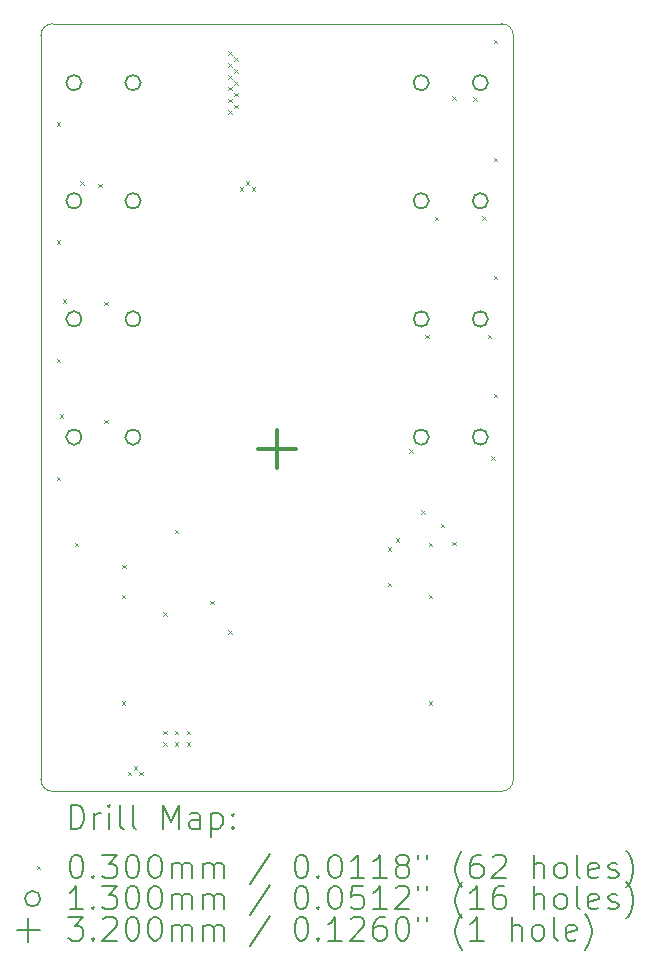
<source format=gbr>
%TF.GenerationSoftware,KiCad,Pcbnew,6.0.10+dfsg-1~bpo11+1*%
%TF.ProjectId,project,70726f6a-6563-4742-9e6b-696361645f70,rev?*%
%TF.SameCoordinates,Original*%
%TF.FileFunction,Drillmap*%
%TF.FilePolarity,Positive*%
%FSLAX45Y45*%
G04 Gerber Fmt 4.5, Leading zero omitted, Abs format (unit mm)*
%MOMM*%
%LPD*%
G01*
G04 APERTURE LIST*
%ADD10C,0.100000*%
%ADD11C,0.200000*%
%ADD12C,0.030000*%
%ADD13C,0.130000*%
%ADD14C,0.320000*%
G04 APERTURE END LIST*
D10*
X16726250Y-6803750D02*
G75*
G03*
X16626250Y-6703750I-100000J0D01*
G01*
X16726250Y-13103750D02*
X16726250Y-6803750D01*
X16626250Y-6703750D02*
X12826250Y-6703750D01*
X16626250Y-13203750D02*
X12826250Y-13203750D01*
X12726250Y-6803750D02*
X12726250Y-13103750D01*
X16626250Y-13203750D02*
G75*
G03*
X16726250Y-13103750I0J100000D01*
G01*
X12726250Y-13103750D02*
G75*
G03*
X12826250Y-13203750I100000J0D01*
G01*
X12826250Y-6703750D02*
G75*
G03*
X12726250Y-6803750I0J-100000D01*
G01*
D11*
D12*
X12861250Y-7538750D02*
X12891250Y-7568750D01*
X12891250Y-7538750D02*
X12861250Y-7568750D01*
X12861250Y-8538750D02*
X12891250Y-8568750D01*
X12891250Y-8538750D02*
X12861250Y-8568750D01*
X12861250Y-9538750D02*
X12891250Y-9568750D01*
X12891250Y-9538750D02*
X12861250Y-9568750D01*
X12861250Y-10538750D02*
X12891250Y-10568750D01*
X12891250Y-10538750D02*
X12861250Y-10568750D01*
X12885447Y-10011340D02*
X12915447Y-10041340D01*
X12915447Y-10011340D02*
X12885447Y-10041340D01*
X12911250Y-9038750D02*
X12941250Y-9068750D01*
X12941250Y-9038750D02*
X12911250Y-9068750D01*
X13011250Y-11097500D02*
X13041250Y-11127500D01*
X13041250Y-11097500D02*
X13011250Y-11127500D01*
X13061250Y-8038750D02*
X13091250Y-8068750D01*
X13091250Y-8038750D02*
X13061250Y-8068750D01*
X13211200Y-8058700D02*
X13241200Y-8088700D01*
X13241200Y-8058700D02*
X13211200Y-8088700D01*
X13261250Y-9058700D02*
X13291250Y-9088700D01*
X13291250Y-9058700D02*
X13261250Y-9088700D01*
X13261250Y-10058700D02*
X13291250Y-10088700D01*
X13291250Y-10058700D02*
X13261250Y-10088700D01*
X13411250Y-11538750D02*
X13441250Y-11568750D01*
X13441250Y-11538750D02*
X13411250Y-11568750D01*
X13411250Y-12438750D02*
X13441250Y-12468750D01*
X13441250Y-12438750D02*
X13411250Y-12468750D01*
X13414248Y-11285752D02*
X13444248Y-11315752D01*
X13444248Y-11285752D02*
X13414248Y-11315752D01*
X13461250Y-13038750D02*
X13491250Y-13068750D01*
X13491250Y-13038750D02*
X13461250Y-13068750D01*
X13511250Y-12988750D02*
X13541250Y-13018750D01*
X13541250Y-12988750D02*
X13511250Y-13018750D01*
X13561250Y-13038750D02*
X13591250Y-13068750D01*
X13591250Y-13038750D02*
X13561250Y-13068750D01*
X13761250Y-11688750D02*
X13791250Y-11718750D01*
X13791250Y-11688750D02*
X13761250Y-11718750D01*
X13761250Y-12688750D02*
X13791250Y-12718750D01*
X13791250Y-12688750D02*
X13761250Y-12718750D01*
X13761250Y-12788750D02*
X13791250Y-12818750D01*
X13791250Y-12788750D02*
X13761250Y-12818750D01*
X13861250Y-10988750D02*
X13891250Y-11018750D01*
X13891250Y-10988750D02*
X13861250Y-11018750D01*
X13861250Y-12688750D02*
X13891250Y-12718750D01*
X13891250Y-12688750D02*
X13861250Y-12718750D01*
X13861250Y-12788750D02*
X13891250Y-12818750D01*
X13891250Y-12788750D02*
X13861250Y-12818750D01*
X13961250Y-12688750D02*
X13991250Y-12718750D01*
X13991250Y-12688750D02*
X13961250Y-12718750D01*
X13961250Y-12788750D02*
X13991250Y-12818750D01*
X13991250Y-12788750D02*
X13961250Y-12818750D01*
X14161250Y-11588750D02*
X14191250Y-11618750D01*
X14191250Y-11588750D02*
X14161250Y-11618750D01*
X14311250Y-6938750D02*
X14341250Y-6968750D01*
X14341250Y-6938750D02*
X14311250Y-6968750D01*
X14311250Y-7038750D02*
X14341250Y-7068750D01*
X14341250Y-7038750D02*
X14311250Y-7068750D01*
X14311250Y-7138750D02*
X14341250Y-7168750D01*
X14341250Y-7138750D02*
X14311250Y-7168750D01*
X14311250Y-7238750D02*
X14341250Y-7268750D01*
X14341250Y-7238750D02*
X14311250Y-7268750D01*
X14311250Y-7338750D02*
X14341250Y-7368750D01*
X14341250Y-7338750D02*
X14311250Y-7368750D01*
X14311250Y-7438750D02*
X14341250Y-7468750D01*
X14341250Y-7438750D02*
X14311250Y-7468750D01*
X14311250Y-11838750D02*
X14341250Y-11868750D01*
X14341250Y-11838750D02*
X14311250Y-11868750D01*
X14361250Y-6988750D02*
X14391250Y-7018750D01*
X14391250Y-6988750D02*
X14361250Y-7018750D01*
X14361250Y-7088750D02*
X14391250Y-7118750D01*
X14391250Y-7088750D02*
X14361250Y-7118750D01*
X14361250Y-7188750D02*
X14391250Y-7218750D01*
X14391250Y-7188750D02*
X14361250Y-7218750D01*
X14361250Y-7288750D02*
X14391250Y-7318750D01*
X14391250Y-7288750D02*
X14361250Y-7318750D01*
X14361250Y-7388750D02*
X14391250Y-7418750D01*
X14391250Y-7388750D02*
X14361250Y-7418750D01*
X14411250Y-8088750D02*
X14441250Y-8118750D01*
X14441250Y-8088750D02*
X14411250Y-8118750D01*
X14461250Y-8038750D02*
X14491250Y-8068750D01*
X14491250Y-8038750D02*
X14461250Y-8068750D01*
X14511250Y-8088750D02*
X14541250Y-8118750D01*
X14541250Y-8088750D02*
X14511250Y-8118750D01*
X15661250Y-11138750D02*
X15691250Y-11168750D01*
X15691250Y-11138750D02*
X15661250Y-11168750D01*
X15661250Y-11438750D02*
X15691250Y-11468750D01*
X15691250Y-11438750D02*
X15661250Y-11468750D01*
X15731300Y-11058800D02*
X15761300Y-11088800D01*
X15761300Y-11058800D02*
X15731300Y-11088800D01*
X15846599Y-10306414D02*
X15876599Y-10336414D01*
X15876599Y-10306414D02*
X15846599Y-10336414D01*
X15946758Y-10824258D02*
X15976758Y-10854258D01*
X15976758Y-10824258D02*
X15946758Y-10854258D01*
X15981300Y-9338750D02*
X16011300Y-9368750D01*
X16011300Y-9338750D02*
X15981300Y-9368750D01*
X16011250Y-11097500D02*
X16041250Y-11127500D01*
X16041250Y-11097500D02*
X16011250Y-11127500D01*
X16011250Y-11538750D02*
X16041250Y-11568750D01*
X16041250Y-11538750D02*
X16011250Y-11568750D01*
X16011250Y-12438750D02*
X16041250Y-12468750D01*
X16041250Y-12438750D02*
X16011250Y-12468750D01*
X16060833Y-8338291D02*
X16090833Y-8368291D01*
X16090833Y-8338291D02*
X16060833Y-8368291D01*
X16111250Y-10938750D02*
X16141250Y-10968750D01*
X16141250Y-10938750D02*
X16111250Y-10968750D01*
X16211250Y-7318800D02*
X16241250Y-7348800D01*
X16241250Y-7318800D02*
X16211250Y-7348800D01*
X16211250Y-11088750D02*
X16241250Y-11118750D01*
X16241250Y-11088750D02*
X16211250Y-11118750D01*
X16386200Y-7326522D02*
X16416200Y-7356522D01*
X16416200Y-7326522D02*
X16386200Y-7356522D01*
X16464248Y-8335752D02*
X16494248Y-8365752D01*
X16494248Y-8335752D02*
X16464248Y-8365752D01*
X16511250Y-9338750D02*
X16541250Y-9368750D01*
X16541250Y-9338750D02*
X16511250Y-9368750D01*
X16537053Y-10366160D02*
X16567053Y-10396160D01*
X16567053Y-10366160D02*
X16537053Y-10396160D01*
X16561250Y-6838750D02*
X16591250Y-6868750D01*
X16591250Y-6838750D02*
X16561250Y-6868750D01*
X16561250Y-7838750D02*
X16591250Y-7868750D01*
X16591250Y-7838750D02*
X16561250Y-7868750D01*
X16561250Y-8838750D02*
X16591250Y-8868750D01*
X16591250Y-8838750D02*
X16561250Y-8868750D01*
X16561250Y-9838750D02*
X16591250Y-9868750D01*
X16591250Y-9838750D02*
X16561250Y-9868750D01*
D13*
X13071250Y-7203750D02*
G75*
G03*
X13071250Y-7203750I-65000J0D01*
G01*
X13071250Y-8203750D02*
G75*
G03*
X13071250Y-8203750I-65000J0D01*
G01*
X13071250Y-9203750D02*
G75*
G03*
X13071250Y-9203750I-65000J0D01*
G01*
X13071250Y-10203750D02*
G75*
G03*
X13071250Y-10203750I-65000J0D01*
G01*
X13571250Y-7203750D02*
G75*
G03*
X13571250Y-7203750I-65000J0D01*
G01*
X13571250Y-8203750D02*
G75*
G03*
X13571250Y-8203750I-65000J0D01*
G01*
X13571250Y-9203750D02*
G75*
G03*
X13571250Y-9203750I-65000J0D01*
G01*
X13571250Y-10203750D02*
G75*
G03*
X13571250Y-10203750I-65000J0D01*
G01*
X16011250Y-7203750D02*
G75*
G03*
X16011250Y-7203750I-65000J0D01*
G01*
X16011250Y-8203750D02*
G75*
G03*
X16011250Y-8203750I-65000J0D01*
G01*
X16011250Y-9203750D02*
G75*
G03*
X16011250Y-9203750I-65000J0D01*
G01*
X16011250Y-10203750D02*
G75*
G03*
X16011250Y-10203750I-65000J0D01*
G01*
X16511250Y-7203750D02*
G75*
G03*
X16511250Y-7203750I-65000J0D01*
G01*
X16511250Y-8203750D02*
G75*
G03*
X16511250Y-8203750I-65000J0D01*
G01*
X16511250Y-9203750D02*
G75*
G03*
X16511250Y-9203750I-65000J0D01*
G01*
X16511250Y-10203750D02*
G75*
G03*
X16511250Y-10203750I-65000J0D01*
G01*
D14*
X14726250Y-10143750D02*
X14726250Y-10463750D01*
X14566250Y-10303750D02*
X14886250Y-10303750D01*
D11*
X12978869Y-13519226D02*
X12978869Y-13319226D01*
X13026488Y-13319226D01*
X13055059Y-13328750D01*
X13074107Y-13347798D01*
X13083631Y-13366845D01*
X13093155Y-13404940D01*
X13093155Y-13433512D01*
X13083631Y-13471607D01*
X13074107Y-13490655D01*
X13055059Y-13509702D01*
X13026488Y-13519226D01*
X12978869Y-13519226D01*
X13178869Y-13519226D02*
X13178869Y-13385893D01*
X13178869Y-13423988D02*
X13188393Y-13404940D01*
X13197917Y-13395417D01*
X13216964Y-13385893D01*
X13236012Y-13385893D01*
X13302678Y-13519226D02*
X13302678Y-13385893D01*
X13302678Y-13319226D02*
X13293155Y-13328750D01*
X13302678Y-13338274D01*
X13312202Y-13328750D01*
X13302678Y-13319226D01*
X13302678Y-13338274D01*
X13426488Y-13519226D02*
X13407440Y-13509702D01*
X13397917Y-13490655D01*
X13397917Y-13319226D01*
X13531250Y-13519226D02*
X13512202Y-13509702D01*
X13502678Y-13490655D01*
X13502678Y-13319226D01*
X13759821Y-13519226D02*
X13759821Y-13319226D01*
X13826488Y-13462083D01*
X13893155Y-13319226D01*
X13893155Y-13519226D01*
X14074107Y-13519226D02*
X14074107Y-13414464D01*
X14064583Y-13395417D01*
X14045536Y-13385893D01*
X14007440Y-13385893D01*
X13988393Y-13395417D01*
X14074107Y-13509702D02*
X14055059Y-13519226D01*
X14007440Y-13519226D01*
X13988393Y-13509702D01*
X13978869Y-13490655D01*
X13978869Y-13471607D01*
X13988393Y-13452559D01*
X14007440Y-13443036D01*
X14055059Y-13443036D01*
X14074107Y-13433512D01*
X14169345Y-13385893D02*
X14169345Y-13585893D01*
X14169345Y-13395417D02*
X14188393Y-13385893D01*
X14226488Y-13385893D01*
X14245536Y-13395417D01*
X14255059Y-13404940D01*
X14264583Y-13423988D01*
X14264583Y-13481131D01*
X14255059Y-13500178D01*
X14245536Y-13509702D01*
X14226488Y-13519226D01*
X14188393Y-13519226D01*
X14169345Y-13509702D01*
X14350298Y-13500178D02*
X14359821Y-13509702D01*
X14350298Y-13519226D01*
X14340774Y-13509702D01*
X14350298Y-13500178D01*
X14350298Y-13519226D01*
X14350298Y-13395417D02*
X14359821Y-13404940D01*
X14350298Y-13414464D01*
X14340774Y-13404940D01*
X14350298Y-13395417D01*
X14350298Y-13414464D01*
D12*
X12691250Y-13833750D02*
X12721250Y-13863750D01*
X12721250Y-13833750D02*
X12691250Y-13863750D01*
D11*
X13016964Y-13739226D02*
X13036012Y-13739226D01*
X13055059Y-13748750D01*
X13064583Y-13758274D01*
X13074107Y-13777321D01*
X13083631Y-13815417D01*
X13083631Y-13863036D01*
X13074107Y-13901131D01*
X13064583Y-13920178D01*
X13055059Y-13929702D01*
X13036012Y-13939226D01*
X13016964Y-13939226D01*
X12997917Y-13929702D01*
X12988393Y-13920178D01*
X12978869Y-13901131D01*
X12969345Y-13863036D01*
X12969345Y-13815417D01*
X12978869Y-13777321D01*
X12988393Y-13758274D01*
X12997917Y-13748750D01*
X13016964Y-13739226D01*
X13169345Y-13920178D02*
X13178869Y-13929702D01*
X13169345Y-13939226D01*
X13159821Y-13929702D01*
X13169345Y-13920178D01*
X13169345Y-13939226D01*
X13245536Y-13739226D02*
X13369345Y-13739226D01*
X13302678Y-13815417D01*
X13331250Y-13815417D01*
X13350298Y-13824940D01*
X13359821Y-13834464D01*
X13369345Y-13853512D01*
X13369345Y-13901131D01*
X13359821Y-13920178D01*
X13350298Y-13929702D01*
X13331250Y-13939226D01*
X13274107Y-13939226D01*
X13255059Y-13929702D01*
X13245536Y-13920178D01*
X13493155Y-13739226D02*
X13512202Y-13739226D01*
X13531250Y-13748750D01*
X13540774Y-13758274D01*
X13550298Y-13777321D01*
X13559821Y-13815417D01*
X13559821Y-13863036D01*
X13550298Y-13901131D01*
X13540774Y-13920178D01*
X13531250Y-13929702D01*
X13512202Y-13939226D01*
X13493155Y-13939226D01*
X13474107Y-13929702D01*
X13464583Y-13920178D01*
X13455059Y-13901131D01*
X13445536Y-13863036D01*
X13445536Y-13815417D01*
X13455059Y-13777321D01*
X13464583Y-13758274D01*
X13474107Y-13748750D01*
X13493155Y-13739226D01*
X13683631Y-13739226D02*
X13702678Y-13739226D01*
X13721726Y-13748750D01*
X13731250Y-13758274D01*
X13740774Y-13777321D01*
X13750298Y-13815417D01*
X13750298Y-13863036D01*
X13740774Y-13901131D01*
X13731250Y-13920178D01*
X13721726Y-13929702D01*
X13702678Y-13939226D01*
X13683631Y-13939226D01*
X13664583Y-13929702D01*
X13655059Y-13920178D01*
X13645536Y-13901131D01*
X13636012Y-13863036D01*
X13636012Y-13815417D01*
X13645536Y-13777321D01*
X13655059Y-13758274D01*
X13664583Y-13748750D01*
X13683631Y-13739226D01*
X13836012Y-13939226D02*
X13836012Y-13805893D01*
X13836012Y-13824940D02*
X13845536Y-13815417D01*
X13864583Y-13805893D01*
X13893155Y-13805893D01*
X13912202Y-13815417D01*
X13921726Y-13834464D01*
X13921726Y-13939226D01*
X13921726Y-13834464D02*
X13931250Y-13815417D01*
X13950298Y-13805893D01*
X13978869Y-13805893D01*
X13997917Y-13815417D01*
X14007440Y-13834464D01*
X14007440Y-13939226D01*
X14102678Y-13939226D02*
X14102678Y-13805893D01*
X14102678Y-13824940D02*
X14112202Y-13815417D01*
X14131250Y-13805893D01*
X14159821Y-13805893D01*
X14178869Y-13815417D01*
X14188393Y-13834464D01*
X14188393Y-13939226D01*
X14188393Y-13834464D02*
X14197917Y-13815417D01*
X14216964Y-13805893D01*
X14245536Y-13805893D01*
X14264583Y-13815417D01*
X14274107Y-13834464D01*
X14274107Y-13939226D01*
X14664583Y-13729702D02*
X14493155Y-13986845D01*
X14921726Y-13739226D02*
X14940774Y-13739226D01*
X14959821Y-13748750D01*
X14969345Y-13758274D01*
X14978869Y-13777321D01*
X14988393Y-13815417D01*
X14988393Y-13863036D01*
X14978869Y-13901131D01*
X14969345Y-13920178D01*
X14959821Y-13929702D01*
X14940774Y-13939226D01*
X14921726Y-13939226D01*
X14902678Y-13929702D01*
X14893155Y-13920178D01*
X14883631Y-13901131D01*
X14874107Y-13863036D01*
X14874107Y-13815417D01*
X14883631Y-13777321D01*
X14893155Y-13758274D01*
X14902678Y-13748750D01*
X14921726Y-13739226D01*
X15074107Y-13920178D02*
X15083631Y-13929702D01*
X15074107Y-13939226D01*
X15064583Y-13929702D01*
X15074107Y-13920178D01*
X15074107Y-13939226D01*
X15207440Y-13739226D02*
X15226488Y-13739226D01*
X15245536Y-13748750D01*
X15255059Y-13758274D01*
X15264583Y-13777321D01*
X15274107Y-13815417D01*
X15274107Y-13863036D01*
X15264583Y-13901131D01*
X15255059Y-13920178D01*
X15245536Y-13929702D01*
X15226488Y-13939226D01*
X15207440Y-13939226D01*
X15188393Y-13929702D01*
X15178869Y-13920178D01*
X15169345Y-13901131D01*
X15159821Y-13863036D01*
X15159821Y-13815417D01*
X15169345Y-13777321D01*
X15178869Y-13758274D01*
X15188393Y-13748750D01*
X15207440Y-13739226D01*
X15464583Y-13939226D02*
X15350298Y-13939226D01*
X15407440Y-13939226D02*
X15407440Y-13739226D01*
X15388393Y-13767798D01*
X15369345Y-13786845D01*
X15350298Y-13796369D01*
X15655059Y-13939226D02*
X15540774Y-13939226D01*
X15597917Y-13939226D02*
X15597917Y-13739226D01*
X15578869Y-13767798D01*
X15559821Y-13786845D01*
X15540774Y-13796369D01*
X15769345Y-13824940D02*
X15750298Y-13815417D01*
X15740774Y-13805893D01*
X15731250Y-13786845D01*
X15731250Y-13777321D01*
X15740774Y-13758274D01*
X15750298Y-13748750D01*
X15769345Y-13739226D01*
X15807440Y-13739226D01*
X15826488Y-13748750D01*
X15836012Y-13758274D01*
X15845536Y-13777321D01*
X15845536Y-13786845D01*
X15836012Y-13805893D01*
X15826488Y-13815417D01*
X15807440Y-13824940D01*
X15769345Y-13824940D01*
X15750298Y-13834464D01*
X15740774Y-13843988D01*
X15731250Y-13863036D01*
X15731250Y-13901131D01*
X15740774Y-13920178D01*
X15750298Y-13929702D01*
X15769345Y-13939226D01*
X15807440Y-13939226D01*
X15826488Y-13929702D01*
X15836012Y-13920178D01*
X15845536Y-13901131D01*
X15845536Y-13863036D01*
X15836012Y-13843988D01*
X15826488Y-13834464D01*
X15807440Y-13824940D01*
X15921726Y-13739226D02*
X15921726Y-13777321D01*
X15997917Y-13739226D02*
X15997917Y-13777321D01*
X16293155Y-14015417D02*
X16283631Y-14005893D01*
X16264583Y-13977321D01*
X16255059Y-13958274D01*
X16245536Y-13929702D01*
X16236012Y-13882083D01*
X16236012Y-13843988D01*
X16245536Y-13796369D01*
X16255059Y-13767798D01*
X16264583Y-13748750D01*
X16283631Y-13720178D01*
X16293155Y-13710655D01*
X16455059Y-13739226D02*
X16416964Y-13739226D01*
X16397917Y-13748750D01*
X16388393Y-13758274D01*
X16369345Y-13786845D01*
X16359821Y-13824940D01*
X16359821Y-13901131D01*
X16369345Y-13920178D01*
X16378869Y-13929702D01*
X16397917Y-13939226D01*
X16436012Y-13939226D01*
X16455059Y-13929702D01*
X16464583Y-13920178D01*
X16474107Y-13901131D01*
X16474107Y-13853512D01*
X16464583Y-13834464D01*
X16455059Y-13824940D01*
X16436012Y-13815417D01*
X16397917Y-13815417D01*
X16378869Y-13824940D01*
X16369345Y-13834464D01*
X16359821Y-13853512D01*
X16550298Y-13758274D02*
X16559821Y-13748750D01*
X16578869Y-13739226D01*
X16626488Y-13739226D01*
X16645536Y-13748750D01*
X16655059Y-13758274D01*
X16664583Y-13777321D01*
X16664583Y-13796369D01*
X16655059Y-13824940D01*
X16540774Y-13939226D01*
X16664583Y-13939226D01*
X16902679Y-13939226D02*
X16902679Y-13739226D01*
X16988393Y-13939226D02*
X16988393Y-13834464D01*
X16978869Y-13815417D01*
X16959821Y-13805893D01*
X16931250Y-13805893D01*
X16912202Y-13815417D01*
X16902679Y-13824940D01*
X17112202Y-13939226D02*
X17093155Y-13929702D01*
X17083631Y-13920178D01*
X17074107Y-13901131D01*
X17074107Y-13843988D01*
X17083631Y-13824940D01*
X17093155Y-13815417D01*
X17112202Y-13805893D01*
X17140774Y-13805893D01*
X17159821Y-13815417D01*
X17169345Y-13824940D01*
X17178869Y-13843988D01*
X17178869Y-13901131D01*
X17169345Y-13920178D01*
X17159821Y-13929702D01*
X17140774Y-13939226D01*
X17112202Y-13939226D01*
X17293155Y-13939226D02*
X17274107Y-13929702D01*
X17264583Y-13910655D01*
X17264583Y-13739226D01*
X17445536Y-13929702D02*
X17426488Y-13939226D01*
X17388393Y-13939226D01*
X17369345Y-13929702D01*
X17359821Y-13910655D01*
X17359821Y-13834464D01*
X17369345Y-13815417D01*
X17388393Y-13805893D01*
X17426488Y-13805893D01*
X17445536Y-13815417D01*
X17455060Y-13834464D01*
X17455060Y-13853512D01*
X17359821Y-13872559D01*
X17531250Y-13929702D02*
X17550298Y-13939226D01*
X17588393Y-13939226D01*
X17607440Y-13929702D01*
X17616964Y-13910655D01*
X17616964Y-13901131D01*
X17607440Y-13882083D01*
X17588393Y-13872559D01*
X17559821Y-13872559D01*
X17540774Y-13863036D01*
X17531250Y-13843988D01*
X17531250Y-13834464D01*
X17540774Y-13815417D01*
X17559821Y-13805893D01*
X17588393Y-13805893D01*
X17607440Y-13815417D01*
X17683631Y-14015417D02*
X17693155Y-14005893D01*
X17712202Y-13977321D01*
X17721726Y-13958274D01*
X17731250Y-13929702D01*
X17740774Y-13882083D01*
X17740774Y-13843988D01*
X17731250Y-13796369D01*
X17721726Y-13767798D01*
X17712202Y-13748750D01*
X17693155Y-13720178D01*
X17683631Y-13710655D01*
D13*
X12721250Y-14112750D02*
G75*
G03*
X12721250Y-14112750I-65000J0D01*
G01*
D11*
X13083631Y-14203226D02*
X12969345Y-14203226D01*
X13026488Y-14203226D02*
X13026488Y-14003226D01*
X13007440Y-14031798D01*
X12988393Y-14050845D01*
X12969345Y-14060369D01*
X13169345Y-14184178D02*
X13178869Y-14193702D01*
X13169345Y-14203226D01*
X13159821Y-14193702D01*
X13169345Y-14184178D01*
X13169345Y-14203226D01*
X13245536Y-14003226D02*
X13369345Y-14003226D01*
X13302678Y-14079417D01*
X13331250Y-14079417D01*
X13350298Y-14088940D01*
X13359821Y-14098464D01*
X13369345Y-14117512D01*
X13369345Y-14165131D01*
X13359821Y-14184178D01*
X13350298Y-14193702D01*
X13331250Y-14203226D01*
X13274107Y-14203226D01*
X13255059Y-14193702D01*
X13245536Y-14184178D01*
X13493155Y-14003226D02*
X13512202Y-14003226D01*
X13531250Y-14012750D01*
X13540774Y-14022274D01*
X13550298Y-14041321D01*
X13559821Y-14079417D01*
X13559821Y-14127036D01*
X13550298Y-14165131D01*
X13540774Y-14184178D01*
X13531250Y-14193702D01*
X13512202Y-14203226D01*
X13493155Y-14203226D01*
X13474107Y-14193702D01*
X13464583Y-14184178D01*
X13455059Y-14165131D01*
X13445536Y-14127036D01*
X13445536Y-14079417D01*
X13455059Y-14041321D01*
X13464583Y-14022274D01*
X13474107Y-14012750D01*
X13493155Y-14003226D01*
X13683631Y-14003226D02*
X13702678Y-14003226D01*
X13721726Y-14012750D01*
X13731250Y-14022274D01*
X13740774Y-14041321D01*
X13750298Y-14079417D01*
X13750298Y-14127036D01*
X13740774Y-14165131D01*
X13731250Y-14184178D01*
X13721726Y-14193702D01*
X13702678Y-14203226D01*
X13683631Y-14203226D01*
X13664583Y-14193702D01*
X13655059Y-14184178D01*
X13645536Y-14165131D01*
X13636012Y-14127036D01*
X13636012Y-14079417D01*
X13645536Y-14041321D01*
X13655059Y-14022274D01*
X13664583Y-14012750D01*
X13683631Y-14003226D01*
X13836012Y-14203226D02*
X13836012Y-14069893D01*
X13836012Y-14088940D02*
X13845536Y-14079417D01*
X13864583Y-14069893D01*
X13893155Y-14069893D01*
X13912202Y-14079417D01*
X13921726Y-14098464D01*
X13921726Y-14203226D01*
X13921726Y-14098464D02*
X13931250Y-14079417D01*
X13950298Y-14069893D01*
X13978869Y-14069893D01*
X13997917Y-14079417D01*
X14007440Y-14098464D01*
X14007440Y-14203226D01*
X14102678Y-14203226D02*
X14102678Y-14069893D01*
X14102678Y-14088940D02*
X14112202Y-14079417D01*
X14131250Y-14069893D01*
X14159821Y-14069893D01*
X14178869Y-14079417D01*
X14188393Y-14098464D01*
X14188393Y-14203226D01*
X14188393Y-14098464D02*
X14197917Y-14079417D01*
X14216964Y-14069893D01*
X14245536Y-14069893D01*
X14264583Y-14079417D01*
X14274107Y-14098464D01*
X14274107Y-14203226D01*
X14664583Y-13993702D02*
X14493155Y-14250845D01*
X14921726Y-14003226D02*
X14940774Y-14003226D01*
X14959821Y-14012750D01*
X14969345Y-14022274D01*
X14978869Y-14041321D01*
X14988393Y-14079417D01*
X14988393Y-14127036D01*
X14978869Y-14165131D01*
X14969345Y-14184178D01*
X14959821Y-14193702D01*
X14940774Y-14203226D01*
X14921726Y-14203226D01*
X14902678Y-14193702D01*
X14893155Y-14184178D01*
X14883631Y-14165131D01*
X14874107Y-14127036D01*
X14874107Y-14079417D01*
X14883631Y-14041321D01*
X14893155Y-14022274D01*
X14902678Y-14012750D01*
X14921726Y-14003226D01*
X15074107Y-14184178D02*
X15083631Y-14193702D01*
X15074107Y-14203226D01*
X15064583Y-14193702D01*
X15074107Y-14184178D01*
X15074107Y-14203226D01*
X15207440Y-14003226D02*
X15226488Y-14003226D01*
X15245536Y-14012750D01*
X15255059Y-14022274D01*
X15264583Y-14041321D01*
X15274107Y-14079417D01*
X15274107Y-14127036D01*
X15264583Y-14165131D01*
X15255059Y-14184178D01*
X15245536Y-14193702D01*
X15226488Y-14203226D01*
X15207440Y-14203226D01*
X15188393Y-14193702D01*
X15178869Y-14184178D01*
X15169345Y-14165131D01*
X15159821Y-14127036D01*
X15159821Y-14079417D01*
X15169345Y-14041321D01*
X15178869Y-14022274D01*
X15188393Y-14012750D01*
X15207440Y-14003226D01*
X15455059Y-14003226D02*
X15359821Y-14003226D01*
X15350298Y-14098464D01*
X15359821Y-14088940D01*
X15378869Y-14079417D01*
X15426488Y-14079417D01*
X15445536Y-14088940D01*
X15455059Y-14098464D01*
X15464583Y-14117512D01*
X15464583Y-14165131D01*
X15455059Y-14184178D01*
X15445536Y-14193702D01*
X15426488Y-14203226D01*
X15378869Y-14203226D01*
X15359821Y-14193702D01*
X15350298Y-14184178D01*
X15655059Y-14203226D02*
X15540774Y-14203226D01*
X15597917Y-14203226D02*
X15597917Y-14003226D01*
X15578869Y-14031798D01*
X15559821Y-14050845D01*
X15540774Y-14060369D01*
X15731250Y-14022274D02*
X15740774Y-14012750D01*
X15759821Y-14003226D01*
X15807440Y-14003226D01*
X15826488Y-14012750D01*
X15836012Y-14022274D01*
X15845536Y-14041321D01*
X15845536Y-14060369D01*
X15836012Y-14088940D01*
X15721726Y-14203226D01*
X15845536Y-14203226D01*
X15921726Y-14003226D02*
X15921726Y-14041321D01*
X15997917Y-14003226D02*
X15997917Y-14041321D01*
X16293155Y-14279417D02*
X16283631Y-14269893D01*
X16264583Y-14241321D01*
X16255059Y-14222274D01*
X16245536Y-14193702D01*
X16236012Y-14146083D01*
X16236012Y-14107988D01*
X16245536Y-14060369D01*
X16255059Y-14031798D01*
X16264583Y-14012750D01*
X16283631Y-13984178D01*
X16293155Y-13974655D01*
X16474107Y-14203226D02*
X16359821Y-14203226D01*
X16416964Y-14203226D02*
X16416964Y-14003226D01*
X16397917Y-14031798D01*
X16378869Y-14050845D01*
X16359821Y-14060369D01*
X16645536Y-14003226D02*
X16607440Y-14003226D01*
X16588393Y-14012750D01*
X16578869Y-14022274D01*
X16559821Y-14050845D01*
X16550298Y-14088940D01*
X16550298Y-14165131D01*
X16559821Y-14184178D01*
X16569345Y-14193702D01*
X16588393Y-14203226D01*
X16626488Y-14203226D01*
X16645536Y-14193702D01*
X16655059Y-14184178D01*
X16664583Y-14165131D01*
X16664583Y-14117512D01*
X16655059Y-14098464D01*
X16645536Y-14088940D01*
X16626488Y-14079417D01*
X16588393Y-14079417D01*
X16569345Y-14088940D01*
X16559821Y-14098464D01*
X16550298Y-14117512D01*
X16902679Y-14203226D02*
X16902679Y-14003226D01*
X16988393Y-14203226D02*
X16988393Y-14098464D01*
X16978869Y-14079417D01*
X16959821Y-14069893D01*
X16931250Y-14069893D01*
X16912202Y-14079417D01*
X16902679Y-14088940D01*
X17112202Y-14203226D02*
X17093155Y-14193702D01*
X17083631Y-14184178D01*
X17074107Y-14165131D01*
X17074107Y-14107988D01*
X17083631Y-14088940D01*
X17093155Y-14079417D01*
X17112202Y-14069893D01*
X17140774Y-14069893D01*
X17159821Y-14079417D01*
X17169345Y-14088940D01*
X17178869Y-14107988D01*
X17178869Y-14165131D01*
X17169345Y-14184178D01*
X17159821Y-14193702D01*
X17140774Y-14203226D01*
X17112202Y-14203226D01*
X17293155Y-14203226D02*
X17274107Y-14193702D01*
X17264583Y-14174655D01*
X17264583Y-14003226D01*
X17445536Y-14193702D02*
X17426488Y-14203226D01*
X17388393Y-14203226D01*
X17369345Y-14193702D01*
X17359821Y-14174655D01*
X17359821Y-14098464D01*
X17369345Y-14079417D01*
X17388393Y-14069893D01*
X17426488Y-14069893D01*
X17445536Y-14079417D01*
X17455060Y-14098464D01*
X17455060Y-14117512D01*
X17359821Y-14136559D01*
X17531250Y-14193702D02*
X17550298Y-14203226D01*
X17588393Y-14203226D01*
X17607440Y-14193702D01*
X17616964Y-14174655D01*
X17616964Y-14165131D01*
X17607440Y-14146083D01*
X17588393Y-14136559D01*
X17559821Y-14136559D01*
X17540774Y-14127036D01*
X17531250Y-14107988D01*
X17531250Y-14098464D01*
X17540774Y-14079417D01*
X17559821Y-14069893D01*
X17588393Y-14069893D01*
X17607440Y-14079417D01*
X17683631Y-14279417D02*
X17693155Y-14269893D01*
X17712202Y-14241321D01*
X17721726Y-14222274D01*
X17731250Y-14193702D01*
X17740774Y-14146083D01*
X17740774Y-14107988D01*
X17731250Y-14060369D01*
X17721726Y-14031798D01*
X17712202Y-14012750D01*
X17693155Y-13984178D01*
X17683631Y-13974655D01*
X12621250Y-14276750D02*
X12621250Y-14476750D01*
X12521250Y-14376750D02*
X12721250Y-14376750D01*
X12959821Y-14267226D02*
X13083631Y-14267226D01*
X13016964Y-14343417D01*
X13045536Y-14343417D01*
X13064583Y-14352940D01*
X13074107Y-14362464D01*
X13083631Y-14381512D01*
X13083631Y-14429131D01*
X13074107Y-14448178D01*
X13064583Y-14457702D01*
X13045536Y-14467226D01*
X12988393Y-14467226D01*
X12969345Y-14457702D01*
X12959821Y-14448178D01*
X13169345Y-14448178D02*
X13178869Y-14457702D01*
X13169345Y-14467226D01*
X13159821Y-14457702D01*
X13169345Y-14448178D01*
X13169345Y-14467226D01*
X13255059Y-14286274D02*
X13264583Y-14276750D01*
X13283631Y-14267226D01*
X13331250Y-14267226D01*
X13350298Y-14276750D01*
X13359821Y-14286274D01*
X13369345Y-14305321D01*
X13369345Y-14324369D01*
X13359821Y-14352940D01*
X13245536Y-14467226D01*
X13369345Y-14467226D01*
X13493155Y-14267226D02*
X13512202Y-14267226D01*
X13531250Y-14276750D01*
X13540774Y-14286274D01*
X13550298Y-14305321D01*
X13559821Y-14343417D01*
X13559821Y-14391036D01*
X13550298Y-14429131D01*
X13540774Y-14448178D01*
X13531250Y-14457702D01*
X13512202Y-14467226D01*
X13493155Y-14467226D01*
X13474107Y-14457702D01*
X13464583Y-14448178D01*
X13455059Y-14429131D01*
X13445536Y-14391036D01*
X13445536Y-14343417D01*
X13455059Y-14305321D01*
X13464583Y-14286274D01*
X13474107Y-14276750D01*
X13493155Y-14267226D01*
X13683631Y-14267226D02*
X13702678Y-14267226D01*
X13721726Y-14276750D01*
X13731250Y-14286274D01*
X13740774Y-14305321D01*
X13750298Y-14343417D01*
X13750298Y-14391036D01*
X13740774Y-14429131D01*
X13731250Y-14448178D01*
X13721726Y-14457702D01*
X13702678Y-14467226D01*
X13683631Y-14467226D01*
X13664583Y-14457702D01*
X13655059Y-14448178D01*
X13645536Y-14429131D01*
X13636012Y-14391036D01*
X13636012Y-14343417D01*
X13645536Y-14305321D01*
X13655059Y-14286274D01*
X13664583Y-14276750D01*
X13683631Y-14267226D01*
X13836012Y-14467226D02*
X13836012Y-14333893D01*
X13836012Y-14352940D02*
X13845536Y-14343417D01*
X13864583Y-14333893D01*
X13893155Y-14333893D01*
X13912202Y-14343417D01*
X13921726Y-14362464D01*
X13921726Y-14467226D01*
X13921726Y-14362464D02*
X13931250Y-14343417D01*
X13950298Y-14333893D01*
X13978869Y-14333893D01*
X13997917Y-14343417D01*
X14007440Y-14362464D01*
X14007440Y-14467226D01*
X14102678Y-14467226D02*
X14102678Y-14333893D01*
X14102678Y-14352940D02*
X14112202Y-14343417D01*
X14131250Y-14333893D01*
X14159821Y-14333893D01*
X14178869Y-14343417D01*
X14188393Y-14362464D01*
X14188393Y-14467226D01*
X14188393Y-14362464D02*
X14197917Y-14343417D01*
X14216964Y-14333893D01*
X14245536Y-14333893D01*
X14264583Y-14343417D01*
X14274107Y-14362464D01*
X14274107Y-14467226D01*
X14664583Y-14257702D02*
X14493155Y-14514845D01*
X14921726Y-14267226D02*
X14940774Y-14267226D01*
X14959821Y-14276750D01*
X14969345Y-14286274D01*
X14978869Y-14305321D01*
X14988393Y-14343417D01*
X14988393Y-14391036D01*
X14978869Y-14429131D01*
X14969345Y-14448178D01*
X14959821Y-14457702D01*
X14940774Y-14467226D01*
X14921726Y-14467226D01*
X14902678Y-14457702D01*
X14893155Y-14448178D01*
X14883631Y-14429131D01*
X14874107Y-14391036D01*
X14874107Y-14343417D01*
X14883631Y-14305321D01*
X14893155Y-14286274D01*
X14902678Y-14276750D01*
X14921726Y-14267226D01*
X15074107Y-14448178D02*
X15083631Y-14457702D01*
X15074107Y-14467226D01*
X15064583Y-14457702D01*
X15074107Y-14448178D01*
X15074107Y-14467226D01*
X15274107Y-14467226D02*
X15159821Y-14467226D01*
X15216964Y-14467226D02*
X15216964Y-14267226D01*
X15197917Y-14295798D01*
X15178869Y-14314845D01*
X15159821Y-14324369D01*
X15350298Y-14286274D02*
X15359821Y-14276750D01*
X15378869Y-14267226D01*
X15426488Y-14267226D01*
X15445536Y-14276750D01*
X15455059Y-14286274D01*
X15464583Y-14305321D01*
X15464583Y-14324369D01*
X15455059Y-14352940D01*
X15340774Y-14467226D01*
X15464583Y-14467226D01*
X15636012Y-14267226D02*
X15597917Y-14267226D01*
X15578869Y-14276750D01*
X15569345Y-14286274D01*
X15550298Y-14314845D01*
X15540774Y-14352940D01*
X15540774Y-14429131D01*
X15550298Y-14448178D01*
X15559821Y-14457702D01*
X15578869Y-14467226D01*
X15616964Y-14467226D01*
X15636012Y-14457702D01*
X15645536Y-14448178D01*
X15655059Y-14429131D01*
X15655059Y-14381512D01*
X15645536Y-14362464D01*
X15636012Y-14352940D01*
X15616964Y-14343417D01*
X15578869Y-14343417D01*
X15559821Y-14352940D01*
X15550298Y-14362464D01*
X15540774Y-14381512D01*
X15778869Y-14267226D02*
X15797917Y-14267226D01*
X15816964Y-14276750D01*
X15826488Y-14286274D01*
X15836012Y-14305321D01*
X15845536Y-14343417D01*
X15845536Y-14391036D01*
X15836012Y-14429131D01*
X15826488Y-14448178D01*
X15816964Y-14457702D01*
X15797917Y-14467226D01*
X15778869Y-14467226D01*
X15759821Y-14457702D01*
X15750298Y-14448178D01*
X15740774Y-14429131D01*
X15731250Y-14391036D01*
X15731250Y-14343417D01*
X15740774Y-14305321D01*
X15750298Y-14286274D01*
X15759821Y-14276750D01*
X15778869Y-14267226D01*
X15921726Y-14267226D02*
X15921726Y-14305321D01*
X15997917Y-14267226D02*
X15997917Y-14305321D01*
X16293155Y-14543417D02*
X16283631Y-14533893D01*
X16264583Y-14505321D01*
X16255059Y-14486274D01*
X16245536Y-14457702D01*
X16236012Y-14410083D01*
X16236012Y-14371988D01*
X16245536Y-14324369D01*
X16255059Y-14295798D01*
X16264583Y-14276750D01*
X16283631Y-14248178D01*
X16293155Y-14238655D01*
X16474107Y-14467226D02*
X16359821Y-14467226D01*
X16416964Y-14467226D02*
X16416964Y-14267226D01*
X16397917Y-14295798D01*
X16378869Y-14314845D01*
X16359821Y-14324369D01*
X16712202Y-14467226D02*
X16712202Y-14267226D01*
X16797917Y-14467226D02*
X16797917Y-14362464D01*
X16788393Y-14343417D01*
X16769345Y-14333893D01*
X16740774Y-14333893D01*
X16721726Y-14343417D01*
X16712202Y-14352940D01*
X16921726Y-14467226D02*
X16902679Y-14457702D01*
X16893155Y-14448178D01*
X16883631Y-14429131D01*
X16883631Y-14371988D01*
X16893155Y-14352940D01*
X16902679Y-14343417D01*
X16921726Y-14333893D01*
X16950298Y-14333893D01*
X16969345Y-14343417D01*
X16978869Y-14352940D01*
X16988393Y-14371988D01*
X16988393Y-14429131D01*
X16978869Y-14448178D01*
X16969345Y-14457702D01*
X16950298Y-14467226D01*
X16921726Y-14467226D01*
X17102679Y-14467226D02*
X17083631Y-14457702D01*
X17074107Y-14438655D01*
X17074107Y-14267226D01*
X17255060Y-14457702D02*
X17236012Y-14467226D01*
X17197917Y-14467226D01*
X17178869Y-14457702D01*
X17169345Y-14438655D01*
X17169345Y-14362464D01*
X17178869Y-14343417D01*
X17197917Y-14333893D01*
X17236012Y-14333893D01*
X17255060Y-14343417D01*
X17264583Y-14362464D01*
X17264583Y-14381512D01*
X17169345Y-14400559D01*
X17331250Y-14543417D02*
X17340774Y-14533893D01*
X17359821Y-14505321D01*
X17369345Y-14486274D01*
X17378869Y-14457702D01*
X17388393Y-14410083D01*
X17388393Y-14371988D01*
X17378869Y-14324369D01*
X17369345Y-14295798D01*
X17359821Y-14276750D01*
X17340774Y-14248178D01*
X17331250Y-14238655D01*
M02*

</source>
